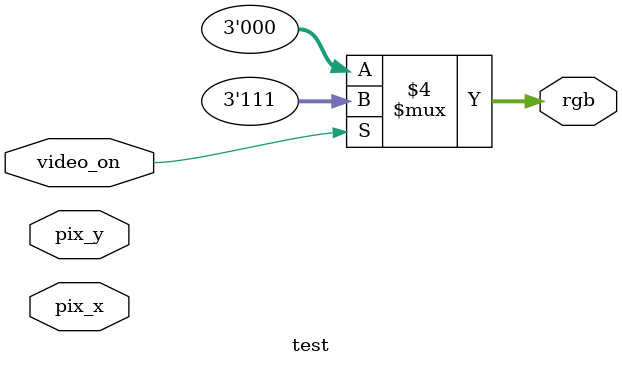
<source format=v>
module test
(
	input wire video_on,
	input wire [10:0] pix_x,pix_y,
	output reg [2:0] rgb
	);

	always @(*)
		if (~video_on)
			rgb=3'b000;
		else
			rgb=3'b111;
endmodule

</source>
